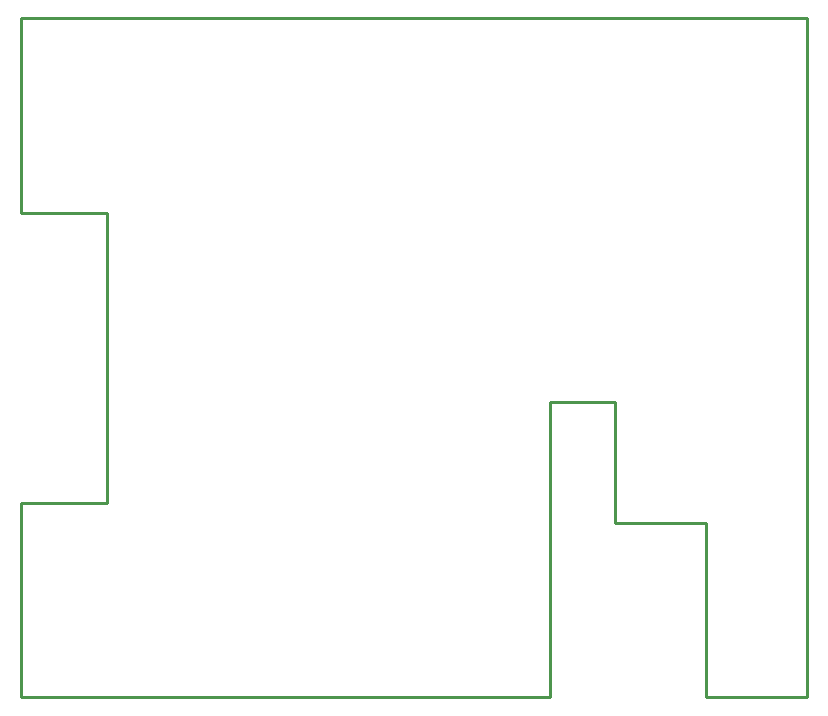
<source format=gbr>
G04 EAGLE Gerber RS-274X export*
G75*
%MOMM*%
%FSLAX34Y34*%
%LPD*%
%IN*%
%IPPOS*%
%AMOC8*
5,1,8,0,0,1.08239X$1,22.5*%
G01*
G04 Define Apertures*
%ADD10C,0.254000*%
D10*
X0Y0D02*
X447500Y0D01*
X447500Y250000D01*
X502500Y250000D01*
X502500Y147500D01*
X580000Y147500D01*
X580000Y0D01*
X665000Y0D01*
X665000Y575000D01*
X0Y575000D01*
X0Y410000D01*
X72500Y410000D01*
X72500Y165000D01*
X0Y165000D01*
X0Y0D01*
M02*

</source>
